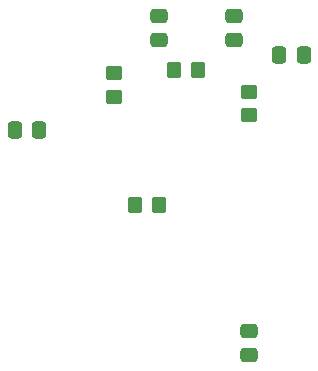
<source format=gbr>
%TF.GenerationSoftware,KiCad,Pcbnew,(6.0.7)*%
%TF.CreationDate,2022-09-29T22:29:57-04:00*%
%TF.ProjectId,fuzz_v1,66757a7a-5f76-4312-9e6b-696361645f70,rev?*%
%TF.SameCoordinates,Original*%
%TF.FileFunction,Paste,Top*%
%TF.FilePolarity,Positive*%
%FSLAX46Y46*%
G04 Gerber Fmt 4.6, Leading zero omitted, Abs format (unit mm)*
G04 Created by KiCad (PCBNEW (6.0.7)) date 2022-09-29 22:29:57*
%MOMM*%
%LPD*%
G01*
G04 APERTURE LIST*
G04 Aperture macros list*
%AMRoundRect*
0 Rectangle with rounded corners*
0 $1 Rounding radius*
0 $2 $3 $4 $5 $6 $7 $8 $9 X,Y pos of 4 corners*
0 Add a 4 corners polygon primitive as box body*
4,1,4,$2,$3,$4,$5,$6,$7,$8,$9,$2,$3,0*
0 Add four circle primitives for the rounded corners*
1,1,$1+$1,$2,$3*
1,1,$1+$1,$4,$5*
1,1,$1+$1,$6,$7*
1,1,$1+$1,$8,$9*
0 Add four rect primitives between the rounded corners*
20,1,$1+$1,$2,$3,$4,$5,0*
20,1,$1+$1,$4,$5,$6,$7,0*
20,1,$1+$1,$6,$7,$8,$9,0*
20,1,$1+$1,$8,$9,$2,$3,0*%
G04 Aperture macros list end*
%ADD10RoundRect,0.250000X-0.450000X0.350000X-0.450000X-0.350000X0.450000X-0.350000X0.450000X0.350000X0*%
%ADD11RoundRect,0.250000X-0.475000X0.337500X-0.475000X-0.337500X0.475000X-0.337500X0.475000X0.337500X0*%
%ADD12RoundRect,0.250000X-0.350000X-0.450000X0.350000X-0.450000X0.350000X0.450000X-0.350000X0.450000X0*%
%ADD13RoundRect,0.250000X0.337500X0.475000X-0.337500X0.475000X-0.337500X-0.475000X0.337500X-0.475000X0*%
%ADD14RoundRect,0.250000X-0.337500X-0.475000X0.337500X-0.475000X0.337500X0.475000X-0.337500X0.475000X0*%
G04 APERTURE END LIST*
D10*
%TO.C,R3*%
X140970000Y-50070000D03*
X140970000Y-52070000D03*
%TD*%
D11*
%TO.C,C3*%
X139700000Y-43645000D03*
X139700000Y-45720000D03*
%TD*%
D12*
%TO.C,R4*%
X131350000Y-59690000D03*
X133350000Y-59690000D03*
%TD*%
D13*
%TO.C,C2*%
X123190000Y-53340000D03*
X121115000Y-53340000D03*
%TD*%
D11*
%TO.C,C5*%
X140970000Y-70315000D03*
X140970000Y-72390000D03*
%TD*%
%TO.C,C1*%
X133350000Y-43645000D03*
X133350000Y-45720000D03*
%TD*%
D10*
%TO.C,R1*%
X129540000Y-48530000D03*
X129540000Y-50530000D03*
%TD*%
D14*
%TO.C,C4*%
X143510000Y-46990000D03*
X145585000Y-46990000D03*
%TD*%
D12*
%TO.C,R2*%
X134620000Y-48260000D03*
X136620000Y-48260000D03*
%TD*%
M02*

</source>
